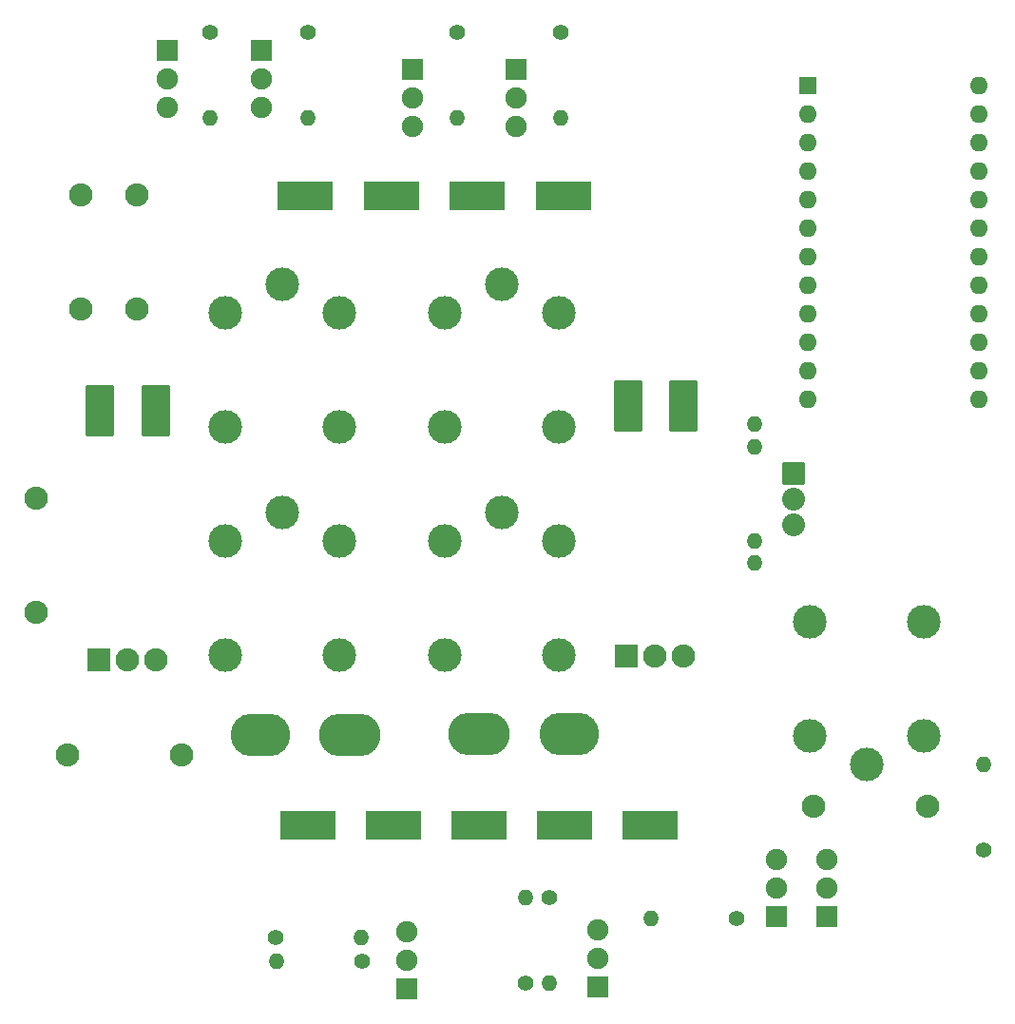
<source format=gbr>
%TF.GenerationSoftware,KiCad,Pcbnew,8.0.1*%
%TF.CreationDate,2024-05-08T21:45:22-04:00*%
%TF.ProjectId,Headlight Controller 1_1,48656164-6c69-4676-9874-20436f6e7472,1.1*%
%TF.SameCoordinates,Original*%
%TF.FileFunction,Soldermask,Bot*%
%TF.FilePolarity,Negative*%
%FSLAX46Y46*%
G04 Gerber Fmt 4.6, Leading zero omitted, Abs format (unit mm)*
G04 Created by KiCad (PCBNEW 8.0.1) date 2024-05-08 21:45:22*
%MOMM*%
%LPD*%
G01*
G04 APERTURE LIST*
G04 Aperture macros list*
%AMRoundRect*
0 Rectangle with rounded corners*
0 $1 Rounding radius*
0 $2 $3 $4 $5 $6 $7 $8 $9 X,Y pos of 4 corners*
0 Add a 4 corners polygon primitive as box body*
4,1,4,$2,$3,$4,$5,$6,$7,$8,$9,$2,$3,0*
0 Add four circle primitives for the rounded corners*
1,1,$1+$1,$2,$3*
1,1,$1+$1,$4,$5*
1,1,$1+$1,$6,$7*
1,1,$1+$1,$8,$9*
0 Add four rect primitives between the rounded corners*
20,1,$1+$1,$2,$3,$4,$5,0*
20,1,$1+$1,$4,$5,$6,$7,0*
20,1,$1+$1,$6,$7,$8,$9,0*
20,1,$1+$1,$8,$9,$2,$3,0*%
G04 Aperture macros list end*
%ADD10O,2.082800X2.082800*%
%ADD11R,5.000000X2.500000*%
%ADD12C,1.400000*%
%ADD13O,1.400000X1.400000*%
%ADD14RoundRect,0.102000X-0.850000X-0.850000X0.850000X-0.850000X0.850000X0.850000X-0.850000X0.850000X0*%
%ADD15O,1.904000X1.904000*%
%ADD16C,1.904000*%
%ADD17C,3.000000*%
%ADD18RoundRect,0.050800X-0.965200X0.965200X-0.965200X-0.965200X0.965200X-0.965200X0.965200X0.965200X0*%
%ADD19O,2.032000X2.032000*%
%ADD20C,2.032000*%
%ADD21RoundRect,0.101600X1.190000X-2.142500X1.190000X2.142500X-1.190000X2.142500X-1.190000X-2.142500X0*%
%ADD22RoundRect,0.101600X0.939800X-0.939800X0.939800X0.939800X-0.939800X0.939800X-0.939800X-0.939800X0*%
%ADD23O,5.500000X3.800000*%
%ADD24O,5.300000X3.800000*%
%ADD25O,1.600000X1.600000*%
%ADD26R,1.600000X1.600000*%
%ADD27O,1.401600X1.401600*%
%ADD28RoundRect,0.102000X0.850000X0.850000X-0.850000X0.850000X-0.850000X-0.850000X0.850000X-0.850000X0*%
G04 APERTURE END LIST*
D10*
%TO.C,CR1*%
X53000000Y-79380000D03*
X53000000Y-69220000D03*
%TD*%
D11*
%TO.C,J2*%
X68000000Y-69300000D03*
X75666666Y-69300000D03*
X83333332Y-69300000D03*
X91000000Y-69300000D03*
%TD*%
D12*
%TO.C,R7*%
X81554945Y-54690000D03*
D13*
X81554945Y-62310000D03*
%TD*%
D10*
%TO.C,CR3*%
X48000000Y-79380000D03*
X48000000Y-69220000D03*
%TD*%
D14*
%TO.C,Q1*%
X94100000Y-139740000D03*
D15*
X94100000Y-137200000D03*
D16*
X94100000Y-134660000D03*
%TD*%
D17*
%TO.C,K2*%
X65920000Y-97465000D03*
X71000000Y-100005000D03*
X71000000Y-110165000D03*
X60840000Y-110165000D03*
X60840000Y-100005000D03*
%TD*%
D12*
%TO.C,R4*%
X73030000Y-137400000D03*
D13*
X65410000Y-137400000D03*
%TD*%
D12*
%TO.C,R5*%
X59500000Y-54688809D03*
D13*
X59500000Y-62308809D03*
%TD*%
D18*
%TO.C,U1*%
X111525900Y-93977500D03*
D19*
X111525900Y-96263500D03*
D20*
X111525900Y-98549500D03*
%TD*%
D21*
%TO.C,U3*%
X101713000Y-88032000D03*
X96734600Y-88032000D03*
D10*
X101713000Y-110257000D03*
X99173000Y-110257000D03*
D22*
X96633000Y-110257000D03*
%TD*%
D12*
%TO.C,R3*%
X65390000Y-135300000D03*
D13*
X73010000Y-135300000D03*
%TD*%
D11*
%TO.C,J1*%
X98750000Y-125300000D03*
X91125000Y-125300000D03*
X83500000Y-125300000D03*
X75875000Y-125300000D03*
X68250000Y-125300000D03*
%TD*%
D23*
%TO.C,F2*%
X83500000Y-117200000D03*
D24*
X91500000Y-117200000D03*
%TD*%
D12*
%TO.C,R9*%
X128400000Y-127510000D03*
D13*
X128400000Y-119890000D03*
%TD*%
D25*
%TO.C,A1*%
X128030000Y-59460000D03*
X128030000Y-62000000D03*
X128030000Y-64540000D03*
X128030000Y-67080000D03*
X128030000Y-69620000D03*
X128030000Y-72160000D03*
X128030000Y-74700000D03*
X128030000Y-77240000D03*
X128030000Y-79780000D03*
X128030000Y-82320000D03*
X128030000Y-84860000D03*
X128030000Y-87400000D03*
X112790000Y-87400000D03*
X112790000Y-84860000D03*
X112790000Y-82320000D03*
X112790000Y-79780000D03*
X112790000Y-77240000D03*
X112790000Y-74700000D03*
X112790000Y-72160000D03*
X112790000Y-69620000D03*
X112790000Y-67080000D03*
X112790000Y-64540000D03*
X112790000Y-62000000D03*
D26*
X112790000Y-59460000D03*
%TD*%
D27*
%TO.C,C1*%
X108000000Y-91600000D03*
X108000000Y-89600000D03*
%TD*%
D28*
%TO.C,Q3*%
X55670000Y-56360000D03*
D15*
X55670000Y-58900000D03*
D16*
X55670000Y-61440000D03*
%TD*%
D27*
%TO.C,C2*%
X108048133Y-100000000D03*
X108048133Y-102000000D03*
%TD*%
D23*
%TO.C,F1*%
X72000000Y-117300000D03*
D24*
X64000000Y-117300000D03*
%TD*%
D28*
%TO.C,Q4*%
X64119890Y-56360000D03*
D15*
X64119890Y-58900000D03*
D16*
X64119890Y-61440000D03*
%TD*%
D12*
%TO.C,R8*%
X90745055Y-54690000D03*
D13*
X90745055Y-62310000D03*
%TD*%
D17*
%TO.C,K1*%
X65920000Y-77170000D03*
X71000000Y-79710000D03*
X71000000Y-89870000D03*
X60840000Y-89870000D03*
X60840000Y-79710000D03*
%TD*%
D14*
%TO.C,Q7*%
X114490110Y-133440000D03*
D15*
X114490110Y-130900000D03*
D16*
X114490110Y-128360000D03*
%TD*%
D17*
%TO.C,K3*%
X80440000Y-79705000D03*
X80440000Y-89865000D03*
X90600000Y-89865000D03*
X90600000Y-79705000D03*
X85520000Y-77165000D03*
%TD*%
D28*
%TO.C,Q6*%
X86754945Y-58020000D03*
D15*
X86754945Y-60560000D03*
D16*
X86754945Y-63100000D03*
%TD*%
D14*
%TO.C,Q2*%
X77010000Y-139900000D03*
D15*
X77010000Y-137360000D03*
D16*
X77010000Y-134820000D03*
%TD*%
D21*
%TO.C,U2*%
X54650000Y-88383000D03*
X49671600Y-88383000D03*
D10*
X54650000Y-110608000D03*
X52110000Y-110608000D03*
D22*
X49570000Y-110608000D03*
%TD*%
D12*
%TO.C,R6*%
X68210000Y-54688809D03*
D13*
X68210000Y-62308809D03*
%TD*%
D10*
%TO.C,CR4*%
X57000000Y-119100000D03*
X46840000Y-119100000D03*
%TD*%
D14*
%TO.C,Q8*%
X109990110Y-133440000D03*
D15*
X109990110Y-130900000D03*
D16*
X109990110Y-128360000D03*
%TD*%
D17*
%TO.C,K5*%
X118015000Y-119935000D03*
X112935000Y-117395000D03*
X112935000Y-107235000D03*
X123095000Y-107235000D03*
X123095000Y-117395000D03*
%TD*%
D12*
%TO.C,R1*%
X89750000Y-131790000D03*
D13*
X89750000Y-139410000D03*
%TD*%
D28*
%TO.C,Q5*%
X77554945Y-58020000D03*
D15*
X77554945Y-60560000D03*
D16*
X77554945Y-63100000D03*
%TD*%
D10*
%TO.C,CR5*%
X123480000Y-123600000D03*
X113320000Y-123600000D03*
%TD*%
D12*
%TO.C,R2*%
X87600000Y-139410000D03*
D13*
X87600000Y-131790000D03*
%TD*%
D17*
%TO.C,K4*%
X85520000Y-97460000D03*
X90600000Y-100000000D03*
X90600000Y-110160000D03*
X80440000Y-110160000D03*
X80440000Y-100000000D03*
%TD*%
D12*
%TO.C,R10*%
X106410000Y-133600000D03*
D13*
X98790000Y-133600000D03*
%TD*%
D10*
%TO.C,CR2*%
X44000000Y-96220000D03*
X44000000Y-106380000D03*
%TD*%
M02*

</source>
